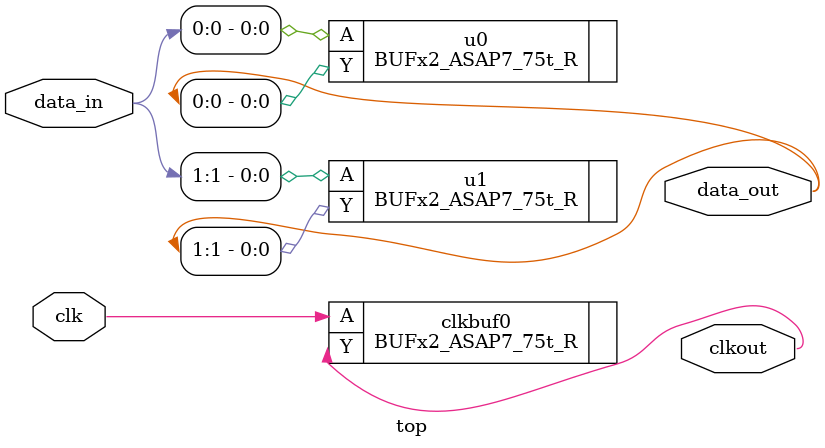
<source format=v>
module top (clk, clkout, data_in, data_out);
  input clk;
  output clkout;
  input [1:0] data_in;
  output [1:0] data_out;

  // Anchor buffers on the source-synchronous interface IOs
  BUFx2_ASAP7_75t_R clkbuf0 (.A(clk), .Y(clkout));
  BUFx2_ASAP7_75t_R u0 (.A(data_in[0]), .Y(data_out[0]));
  BUFx2_ASAP7_75t_R u1 (.A(data_in[1]), .Y(data_out[1]));
endmodule // top

</source>
